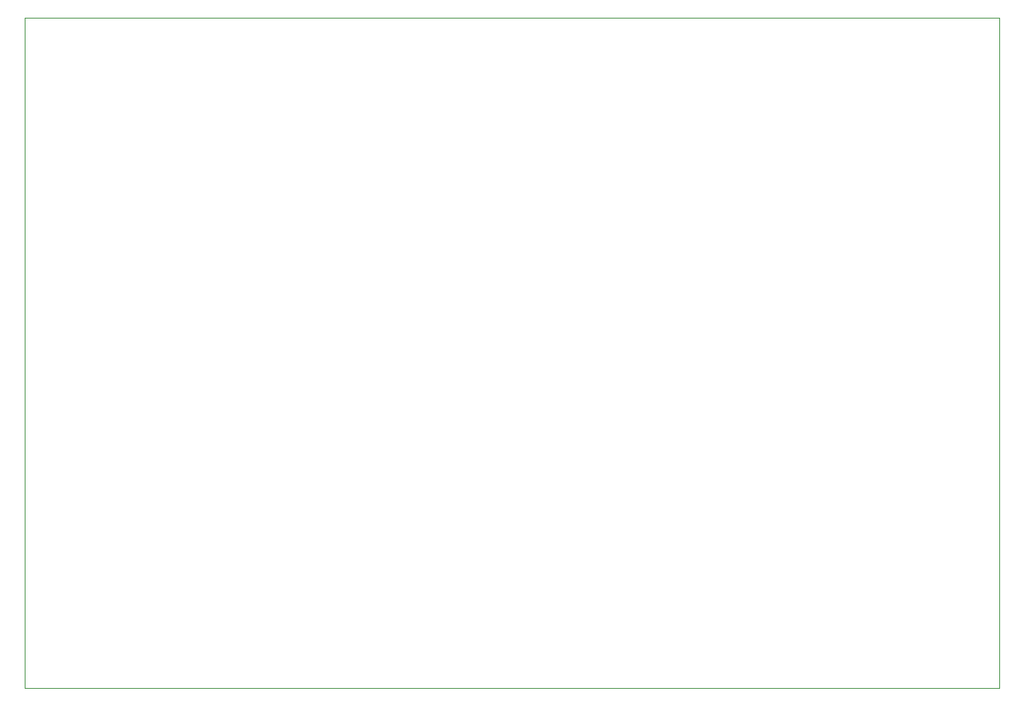
<source format=gko>
%FSLAX46Y46*%
G04 Gerber Fmt 4.6, Leading zero omitted, Abs format (unit mm)*
G04 Created by KiCad (PCBNEW (2014-09-25 BZR 5147)-product) date Tue 30 Sep 2014 08:55:43 AM EDT*
%MOMM*%
G01*
G04 APERTURE LIST*
%ADD10C,0.100000*%
G04 APERTURE END LIST*
D10*
X100000000Y-139500000D02*
X100000000Y-66000000D01*
X206800000Y-139500000D02*
X100000000Y-139500000D01*
X206800000Y-66000000D02*
X206800000Y-139500000D01*
X100000000Y-66000000D02*
X206800000Y-66000000D01*
M02*

</source>
